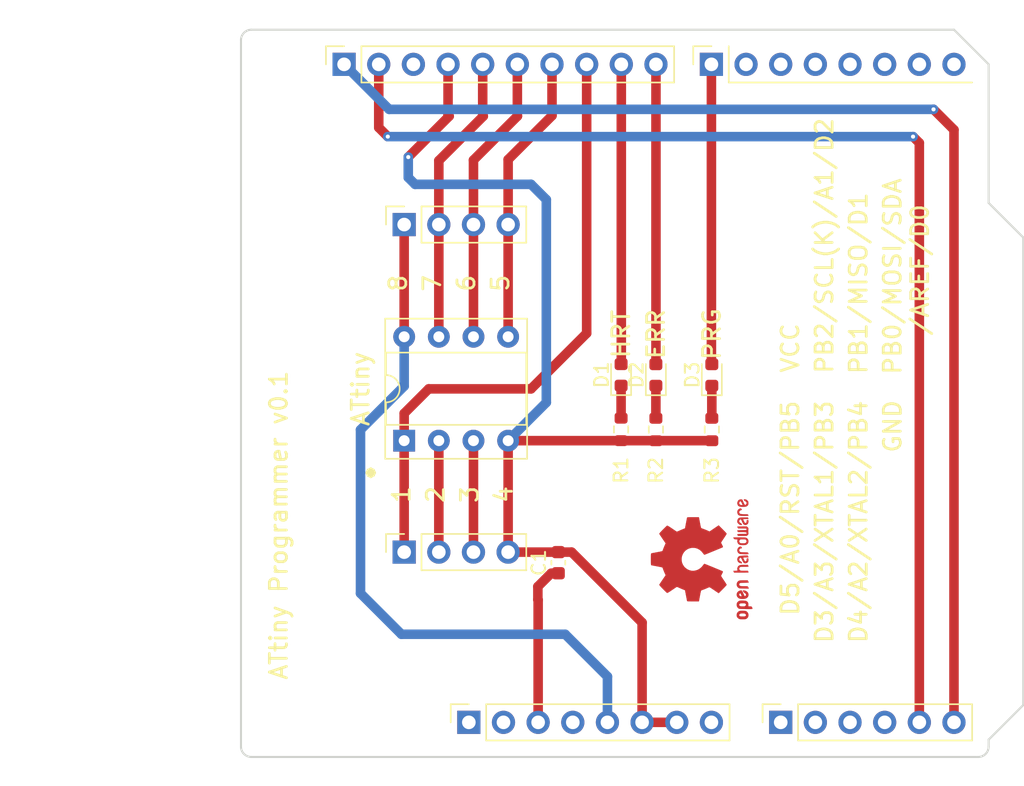
<source format=kicad_pcb>
(kicad_pcb (version 20211014) (generator pcbnew)
  (title_block (date "mar. 31 mars 2015"))
  (layers (0 "F.Cu" signal) (31 "B.Cu" signal) (34 "B.Paste" user) (35 "F.Paste" user) (36 "B.SilkS" user "B.Silkscreen") (37 "F.SilkS" user "F.Silkscreen") (38 "B.Mask" user) (39 "F.Mask" user) (44 "Edge.Cuts" user))
  (net 0 "")
  (net 1 "GND")
  (net 3 "+5V")
  (net 4 "/IOREF")
  (net 5 "/A0")
  (net 6 "/A1")
  (net 7 "/A2")
  (net 8 "/A3")
  (net 9 "/SDA{slash}A4")
  (net 10 "/SCL{slash}A5")
  (net 11 "/13")
  (net 12 "/12")
  (net 13 "/AREF")
  (net 14 "/8")
  (net 15 "/7")
  (net 16 "/*11")
  (net 17 "/*10")
  (net 18 "/*9")
  (net 19 "/4")
  (net 20 "/2")
  (net 21 "/*6")
  (net 22 "/*5")
  (net 23 "/TX{slash}1")
  (net 24 "/*3")
  (net 25 "/RX{slash}0")
  (net 26 "+3V3")
  (net 27 "VCC")
  (net 28 "/~{RESET}")
  (net 29 "Net-(D1-Pad1)")
  (net 30 "Net-(D2-Pad1)")
  (net 31 "Net-(D3-Pad1)")
  (net 32 "Net-(J6-Pad2)")
  (net 33 "Net-(J6-Pad3)")
  (footprint "Connector_PinSocket_2.54mm:PinSocket_1x08_P2.54mm_Vertical" (layer "F.Cu") (at 127.94 97.46 90)
    (fp_text reference "J1" hide)
    (fp_text value "Power")
    (pad "1" thru_hole rect locked (at 0 0 90) (size 1.7 1.7) (drill 1) (layers *.Cu *.Mask))
    (pad "2" thru_hole oval locked (at 0 2.54 90) (size 1.7 1.7) (drill 1) (layers *.Cu *.Mask) (net 4 "/IOREF"))
    (pad "3" thru_hole oval locked (at 0 5.08 90) (size 1.7 1.7) (drill 1) (layers *.Cu *.Mask) (net 28 "/~{RESET}"))
    (pad "4" thru_hole oval locked (at 0 7.62 90) (size 1.7 1.7) (drill 1) (layers *.Cu *.Mask) (net 26 "+3V3"))
    (pad "5" thru_hole oval locked (at 0 10.16 90) (size 1.7 1.7) (drill 1) (layers *.Cu *.Mask) (net 3 "+5V"))
    (pad "6" thru_hole oval locked (at 0 12.7 90) (size 1.7 1.7) (drill 1) (layers *.Cu *.Mask) (net 1 "GND"))
    (pad "7" thru_hole oval locked (at 0 15.24 90) (size 1.7 1.7) (drill 1) (layers *.Cu *.Mask) (net 1 "GND"))
    (pad "8" thru_hole oval locked (at 0 17.78 90) (size 1.7 1.7) (drill 1) (layers *.Cu *.Mask) (net 27 "VCC"))
  )
  (footprint "Connector_PinSocket_2.54mm:PinSocket_1x06_P2.54mm_Vertical" (layer "F.Cu") (at 150.8 97.46 90)
    (fp_text reference "J3" hide)
    (fp_text value "Analog")
    (pad "1" thru_hole rect locked (at 0 0 90) (size 1.7 1.7) (drill 1) (layers *.Cu *.Mask) (net 5 "/A0"))
    (pad "2" thru_hole oval locked (at 0 2.54 90) (size 1.7 1.7) (drill 1) (layers *.Cu *.Mask) (net 6 "/A1"))
    (pad "3" thru_hole oval locked (at 0 5.08 90) (size 1.7 1.7) (drill 1) (layers *.Cu *.Mask) (net 7 "/A2"))
    (pad "4" thru_hole oval locked (at 0 7.62 90) (size 1.7 1.7) (drill 1) (layers *.Cu *.Mask) (net 8 "/A3"))
    (pad "5" thru_hole oval locked (at 0 10.16 90) (size 1.7 1.7) (drill 1) (layers *.Cu *.Mask) (net 9 "/SDA{slash}A4"))
    (pad "6" thru_hole oval locked (at 0 12.7 90) (size 1.7 1.7) (drill 1) (layers *.Cu *.Mask) (net 10 "/SCL{slash}A5"))
  )
  (footprint "Connector_PinSocket_2.54mm:PinSocket_1x10_P2.54mm_Vertical" (layer "F.Cu") (at 118.796 49.2 90)
    (fp_text reference "J2" hide)
    (fp_text value "Digital/PWM")
    (pad "1" thru_hole rect locked (at 0 0 90) (size 1.7 1.7) (drill 1) (layers *.Cu *.Mask) (net 10 "/SCL{slash}A5"))
    (pad "2" thru_hole oval locked (at 0 2.54 90) (size 1.7 1.7) (drill 1) (layers *.Cu *.Mask) (net 9 "/SDA{slash}A4"))
    (pad "3" thru_hole oval locked (at 0 5.08 90) (size 1.7 1.7) (drill 1) (layers *.Cu *.Mask) (net 13 "/AREF"))
    (pad "4" thru_hole oval locked (at 0 7.62 90) (size 1.7 1.7) (drill 1) (layers *.Cu *.Mask) (net 1 "GND"))
    (pad "5" thru_hole oval locked (at 0 10.16 90) (size 1.7 1.7) (drill 1) (layers *.Cu *.Mask) (net 11 "/13"))
    (pad "6" thru_hole oval locked (at 0 12.7 90) (size 1.7 1.7) (drill 1) (layers *.Cu *.Mask) (net 12 "/12"))
    (pad "7" thru_hole oval locked (at 0 15.24 90) (size 1.7 1.7) (drill 1) (layers *.Cu *.Mask) (net 16 "/*11"))
    (pad "8" thru_hole oval locked (at 0 17.78 90) (size 1.7 1.7) (drill 1) (layers *.Cu *.Mask) (net 17 "/*10"))
    (pad "9" thru_hole oval locked (at 0 20.32 90) (size 1.7 1.7) (drill 1) (layers *.Cu *.Mask) (net 18 "/*9"))
    (pad "10" thru_hole oval locked (at 0 22.86 90) (size 1.7 1.7) (drill 1) (layers *.Cu *.Mask) (net 14 "/8"))
  )
  (footprint "Connector_PinSocket_2.54mm:PinSocket_1x08_P2.54mm_Vertical" (layer "F.Cu") (at 145.72 49.2 90)
    (fp_text reference "J4")
    (fp_text value "Digital/PWM")
    (pad "1" thru_hole rect locked (at 0 0 90) (size 1.7 1.7) (drill 1) (layers *.Cu *.Mask) (net 15 "/7"))
    (pad "2" thru_hole oval locked (at 0 2.54 90) (size 1.7 1.7) (drill 1) (layers *.Cu *.Mask) (net 21 "/*6"))
    (pad "3" thru_hole oval locked (at 0 5.08 90) (size 1.7 1.7) (drill 1) (layers *.Cu *.Mask) (net 22 "/*5"))
    (pad "4" thru_hole oval locked (at 0 7.62 90) (size 1.7 1.7) (drill 1) (layers *.Cu *.Mask) (net 19 "/4"))
    (pad "5" thru_hole oval locked (at 0 10.16 90) (size 1.7 1.7) (drill 1) (layers *.Cu *.Mask) (net 24 "/*3"))
    (pad "6" thru_hole oval locked (at 0 12.7 90) (size 1.7 1.7) (drill 1) (layers *.Cu *.Mask) (net 20 "/2"))
    (pad "7" thru_hole oval locked (at 0 15.24 90) (size 1.7 1.7) (drill 1) (layers *.Cu *.Mask) (net 23 "/TX{slash}1"))
    (pad "8" thru_hole oval locked (at 0 17.78 90) (size 1.7 1.7) (drill 1) (layers *.Cu *.Mask) (net 25 "/RX{slash}0"))
  )
  (footprint "Connector_PinSocket_2.54mm:PinSocket_1x04_P2.54mm_Vertical" (layer "F.Cu") (at 123.2 84.975 90)
    (fp_text reference "J6")
    (fp_text value "Conn_01x04_Female")
    (pad "1" thru_hole rect (at 0 0 90) (size 1.7 1.7) (drill 1) (layers *.Cu *.Mask) (net 17 "/*10"))
    (pad "2" thru_hole oval (at 0 2.54 90) (size 1.7 1.7) (drill 1) (layers *.Cu *.Mask) (net 32 "Net-(J6-Pad2)"))
    (pad "3" thru_hole oval (at 0 5.08 90) (size 1.7 1.7) (drill 1) (layers *.Cu *.Mask) (net 33 "Net-(J6-Pad3)"))
    (pad "4" thru_hole oval (at 0 7.62 90) (size 1.7 1.7) (drill 1) (layers *.Cu *.Mask) (net 1 "GND"))
  )
  (footprint "Symbol:OSHW-Logo2_9.8x8mm_Copper" (layer "F.Cu") (at 145 85.5 90)
    (fp_text reference "REF**" hide)
    (fp_text value "OSHW-Logo2_9.8x8mm_Copper" hide)
    (fp_poly (pts (xy -1.728336 2.595089) (xy -1.665633 2.631358) (xy -1.622039 2.667358) (xy -1.590155 2.705075) (xy -1.56819 2.751199) (xy -1.554351 2.812421) (xy -1.546847 2.895431) (xy -1.543883 3.006919) (xy -1.543539 3.087062) (xy -1.543539 3.382065) (xy -1.709615 3.456515) (xy -1.719385 3.133402) (xy -1.723421 3.012729) (xy -1.727656 2.925141) (xy -1.732903 2.86465) (xy -1.739975 2.825268) (xy -1.749689 2.801007) (xy -1.762856 2.78588) (xy -1.767081 2.782606) (xy -1.831091 2.757034) (xy -1.895792 2.767153) (xy -1.934308 2.794) (xy -1.949975 2.813024) (xy -1.96082 2.837988) (xy -1.967712 2.875834) (xy -1.971521 2.933502) (xy -1.973117 3.017935) (xy -1.973385 3.105928) (xy -1.973437 3.216323) (xy -1.975328 3.294463) (xy -1.981655 3.347165) (xy -1.995017 3.381242) (xy -2.018015 3.403511) (xy -2.053246 3.420787) (xy -2.100303 3.438738) (xy -2.151697 3.458278) (xy -2.145579 3.111485) (xy -2.143116 2.986468) (xy -2.140233 2.894082) (xy -2.136102 2.827881) (xy -2.129893 2.78142) (xy -2.120774 2.748256) (xy -2.107917 2.721944) (xy -2.092416 2.698729) (xy -2.017629 2.624569) (xy -1.926372 2.581684) (xy -1.827117 2.571412) (xy -1.728336 2.595089)) (layer "F.Cu") (width 0.01) (fill solid))
    (fp_poly (pts (xy 3.570807 2.636782) (xy 3.594161 2.646988) (xy 3.649902 2.691134) (xy 3.697569 2.754967) (xy 3.727048 2.823087) (xy 3.731846 2.85667) (xy 3.71576 2.903556) (xy 3.680475 2.928365) (xy 3.642644 2.943387) (xy 3.625321 2.946155) (xy 3.616886 2.926066) (xy 3.60023 2.882351) (xy 3.592923 2.862598) (xy 3.551948 2.794271) (xy 3.492622 2.760191) (xy 3.416552 2.761239) (xy 3.410918 2.762581) (xy 3.370305 2.781836) (xy 3.340448 2.819375) (xy 3.320055 2.879809) (xy 3.307836 2.967751) (xy 3.3025 3.087813) (xy 3.302 3.151698) (xy 3.301752 3.252403) (xy 3.300126 3.321054) (xy 3.295801 3.364673) (xy 3.287454 3.390282) (xy 3.273765 3.404903) (xy 3.253411 3.415558) (xy 3.252234 3.416095) (xy 3.213038 3.432667) (xy 3.193619 3.438769) (xy 3.190635 3.420319) (xy 3.188081 3.369323) (xy 3.18614 3.292308) (xy 3.184997 3.195805) (xy 3.184769 3.125184) (xy 3.185932 2.988525) (xy 3.190479 2.884851) (xy 3.199999 2.808108) (xy 3.216081 2.752246) (xy 3.240313 2.711212) (xy 3.274286 2.678954) (xy 3.307833 2.65644) (xy 3.388499 2.626476) (xy 3.482381 2.619718) (xy 3.570807 2.636782)) (layer "F.Cu") (width 0.01) (fill solid))
    (fp_poly (pts (xy 0.713362 2.62467) (xy 0.802117 2.657421) (xy 0.874022 2.71535) (xy 0.902144 2.756128) (xy 0.932802 2.830954) (xy 0.932165 2.885058) (xy 0.899987 2.921446) (xy 0.888081 2.927633) (xy 0.836675 2.946925) (xy 0.810422 2.941982) (xy 0.80153 2.909587) (xy 0.801077 2.891692) (xy 0.784797 2.825859) (xy 0.742365 2.779807) (xy 0.683388 2.757564) (xy 0.617475 2.763161) (xy 0.563895 2.792229) (xy 0.545798 2.80881) (xy 0.532971 2.828925) (xy 0.524306 2.859332) (xy 0.518696 2.906788) (xy 0.515035 2.97805) (xy 0.512215 3.079875) (xy 0.511484 3.112115) (xy 0.50882 3.22241) (xy 0.505792 3.300036) (xy 0.50125 3.351396) (xy 0.494046 3.38289) (xy 0.483033 3.40092) (xy 0.46706 3.411888) (xy 0.456834 3.416733) (xy 0.413406 3.433301) (xy 0.387842 3.438769) (xy 0.379395 3.420507) (xy 0.374239 3.365296) (xy 0.372346 3.272499) (xy 0.373689 3.141478) (xy 0.374107 3.121269) (xy 0.377058 3.001733) (xy 0.380548 2.914449) (xy 0.385514 2.852591) (xy 0.392893 2.809336) (xy 0.403624 2.77786) (xy 0.418645 2.751339) (xy 0.426502 2.739975) (xy 0.471553 2.689692) (xy 0.52194 2.650581) (xy 0.528108 2.647167) (xy 0.618458 2.620212) (xy 0.713362 2.62467)) (layer "F.Cu") (width 0.01) (fill solid))
    (fp_poly (pts (xy -0.840154 2.49212) (xy -0.834428 2.57198) (xy -0.827851 2.619039) (xy -0.818738 2.639566) (xy -0.805402 2.639829) (xy -0.801077 2.637378) (xy -0.743556 2.619636) (xy -0.668732 2.620672) (xy -0.592661 2.63891) (xy -0.545082 2.662505) (xy -0.496298 2.700198) (xy -0.460636 2.742855) (xy -0.436155 2.797057) (xy -0.420913 2.869384) (xy -0.41297 2.966419) (xy -0.410384 3.094742) (xy -0.410338 3.119358) (xy -0.410308 3.39587) (xy -0.471839 3.41732) (xy -0.515541 3.431912) (xy -0.539518 3.438706) (xy -0.540223 3.438769) (xy -0.542585 3.420345) (xy -0.544594 3.369526) (xy -0.546099 3.292993) (xy -0.546947 3.19743) (xy -0.547077 3.139329) (xy -0.547349 3.024771) (xy -0.548748 2.942667) (xy -0.552151 2.886393) (xy -0.558433 2.849326) (xy -0.568471 2.824844) (xy -0.583139 2.806325) (xy -0.592298 2.797406) (xy -0.655211 2.761466) (xy -0.723864 2.758775) (xy -0.786152 2.78917) (xy -0.797671 2.800144) (xy -0.814567 2.820779) (xy -0.826286 2.845256) (xy -0.833767 2.880647) (xy -0.837946 2.934026) (xy -0.839763 3.012466) (xy -0.840154 3.120617) (xy -0.840154 3.39587) (xy -0.901685 3.41732) (xy -0.945387 3.431912) (xy -0.969364 3.438706) (xy -0.97007 3.438769) (xy -0.971874 3.420069) (xy -0.9735 3.367322) (xy -0.974883 3.285557) (xy -0.975958 3.179805) (xy -0.97666 3.055094) (xy -0.976923 2.916455) (xy -0.976923 2.381806) (xy -0.849923 2.328236) (xy -0.840154 2.49212)) (layer "F.Cu") (width 0.01) (fill solid))
    (fp_poly (pts (xy -3.983114 2.587256) (xy -3.891536 2.635409) (xy -3.823951 2.712905) (xy -3.799943 2.762727) (xy -3.781262 2.837533) (xy -3.771699 2.932052) (xy -3.770792 3.03521) (xy -3.778079 3.135935) (xy -3.793097 3.223153) (xy -3.815385 3.285791) (xy -3.822235 3.296579) (xy -3.903368 3.377105) (xy -3.999734 3.425336) (xy -4.104299 3.43945) (xy -4.210032 3.417629) (xy -4.239457 3.404547) (xy -4.296759 3.364231) (xy -4.34705 3.310775) (xy -4.351803 3.303995) (xy -4.371122 3.271321) (xy -4.383892 3.236394) (xy -4.391436 3.190414) (xy -4.395076 3.124584) (xy -4.396135 3.030105) (xy -4.396154 3.008923) (xy -4.396106 3.002182) (xy -4.200769 3.002182) (xy -4.199632 3.091349) (xy -4.195159 3.15052) (xy -4.185754 3.188741) (xy -4.169824 3.215053) (xy -4.161692 3.223846) (xy -4.114942 3.257261) (xy -4.069553 3.255737) (xy -4.02366 3.226752) (xy -3.996288 3.195809) (xy -3.980077 3.150643) (xy -3.970974 3.07942) (xy -3.970349 3.071114) (xy -3.968796 2.942037) (xy -3.985035 2.846172) (xy -4.018848 2.784107) (xy -4.070016 2.756432) (xy -4.08828 2.754923) (xy -4.13624 2.762513) (xy -4.169047 2.788808) (xy -4.189105 2.839095) (xy -4.198822 2.918664) (xy -4.200769 3.002182) (xy -4.396106 3.002182) (xy -4.395426 2.908249) (xy -4.392371 2.837906) (xy -4.385678 2.789163) (xy -4.37404 2.753288) (xy -4.356147 2.721548) (xy -4.352192 2.715648) (xy -4.285733 2.636104) (xy -4.213315 2.589929) (xy -4.125151 2.571599) (xy -4.095213 2.570703) (xy -3.983114 2.587256)) (layer "F.Cu") (width 0.01) (fill solid))
    (fp_poly (pts (xy 0.053501 2.626303) (xy 0.13006 2.654733) (xy 0.130936 2.655279) (xy 0.178285 2.690127) (xy 0.213241 2.730852) (xy 0.237825 2.783925) (xy 0.254062 2.855814) (xy 0.263975 2.952992) (xy 0.269586 3.081928) (xy 0.270077 3.100298) (xy 0.277141 3.377287) (xy 0.217695 3.408028) (xy 0.174681 3.428802) (xy 0.14871 3.438646) (xy 0.147509 3.438769) (xy 0.143014 3.420606) (xy 0.139444 3.371612) (xy 0.137248 3.300031) (xy 0.136769 3.242068) (xy 0.136758 3.14817) (xy 0.132466 3.089203) (xy 0.117503 3.061079) (xy 0.085482 3.059706) (xy 0.030014 3.080998) (xy -0.053731 3.120136) (xy -0.115311 3.152643) (xy -0.146983 3.180845) (xy -0.156294 3.211582) (xy -0.156308 3.213104) (xy -0.140943 3.266054) (xy -0.095453 3.29466) (xy -0.025834 3.298803) (xy 0.024313 3.298084) (xy 0.050754 3.312527) (xy 0.067243 3.347218) (xy 0.076733 3.391416) (xy 0.063057 3.416493) (xy 0.057907 3.420082) (xy 0.009425 3.434496) (xy -0.058469 3.436537) (xy -0.128388 3.426983) (xy -0.177932 3.409522) (xy -0.24643 3.351364) (xy -0.285366 3.270408) (xy -0.293077 3.20716) (xy -0.287193 3.150111) (xy -0.265899 3.103542) (xy -0.223735 3.062181) (xy -0.155241 3.020755) (xy -0.054956 2.973993) (xy -0.048846 2.97135) (xy 0.04149 2.929617) (xy 0.097235 2.895391) (xy 0.121129 2.864635) (xy 0.115913 2.833311) (xy 0.084328 2.797383) (xy 0.074883 2.789116) (xy 0.011617 2.757058) (xy -0.053936 2.758407) (xy -0.111028 2.789838) (xy -0.148907 2.848024) (xy -0.152426 2.859446) (xy -0.1867 2.914837) (xy -0.230191 2.941518) (xy -0.293077 2.96796) (xy -0.293077 2.899548) (xy -0.273948 2.80011) (xy -0.217169 2.708902) (xy -0.187622 2.678389) (xy -0.120458 2.639228) (xy -0.035044 2.6215) (xy 0.053501 2.626303)) (layer "F.Cu") (width 0.01) (fill solid))
    (fp_poly (pts (xy 1.602081 2.780289) (xy 1.601833 2.92632) (xy 1.600872 3.038655) (xy 1.598794 3.122678) (xy 1.595193 3.183769) (xy 1.589665 3.227309) (xy 1.581804 3.258679) (xy 1.571207 3.283262) (xy 1.563182 3.297294) (xy 1.496728 3.373388) (xy 1.41247 3.421084) (xy 1.319249 3.438199) (xy 1.2259 3.422546) (xy 1.170312 3.394418) (xy 1.111957 3.34576) (xy 1.072186 3.286333) (xy 1.04819 3.208507) (xy 1.037161 3.104652) (xy 1.035599 3.028462) (xy 1.035809 3.022986) (xy 1.172308 3.022986) (xy 1.173141 3.110355) (xy 1.176961 3.168192) (xy 1.185746 3.206029) (xy 1.201474 3.233398) (xy 1.220266 3.254042) (xy 1.283375 3.29389) (xy 1.351137 3.297295) (xy 1.415179 3.264025) (xy 1.420164 3.259517) (xy 1.441439 3.236067) (xy 1.454779 3.208166) (xy 1.462001 3.166641) (xy 1.464923 3.102316) (xy 1.465385 3.0312) (xy 1.464383 2.941858) (xy 1.460238 2.882258) (xy 1.451236 2.843089) (xy 1.435667 2.81504) (xy 1.422902 2.800144) (xy 1.3636 2.762575) (xy 1.295301 2.758057) (xy 1.23011 2.786753) (xy 1.217528 2.797406) (xy 1.196111 2.821063) (xy 1.182744 2.849251) (xy 1.175566 2.891245) (xy 1.172719 2.956319) (xy 1.172308 3.022986) (xy 1.035809 3.022986) (xy 1.040322 2.905765) (xy 1.056362 2.813577) (xy 1.086528 2.744269) (xy 1.133629 2.690211) (xy 1.170312 2.662505) (xy 1.23699 2.632572) (xy 1.314272 2.618678) (xy 1.38611 2.622397) (xy 1.426308 2.6374) (xy 1.442082 2.64167) (xy 1.45255 2.62575) (xy 1.459856 2.583089) (xy 1.465385 2.518106) (xy 1.471437 2.445732) (xy 1.479844 2.402187) (xy 1.495141 2.377287) (xy 1.521864 2.360845) (xy 1.538654 2.353564) (xy 1.602154 2.326963) (xy 1.602081 2.780289)) (layer "F.Cu") (width 0.01) (fill solid))
    (fp_poly (pts (xy -2.465746 2.599745) (xy -2.388714 2.651567) (xy -2.329184 2.726412) (xy -2.293622 2.821654) (xy -2.286429 2.891756) (xy -2.287246 2.921009) (xy -2.294086 2.943407) (xy -2.312888 2.963474) (xy -2.349592 2.985733) (xy -2.410138 3.014709) (xy -2.500466 3.054927) (xy -2.500923 3.055129) (xy -2.584067 3.09321) (xy -2.652247 3.127025) (xy -2.698495 3.152933) (xy -2.715842 3.167295) (xy -2.715846 3.167411) (xy -2.700557 3.198685) (xy -2.664804 3.233157) (xy -2.623758 3.25799) (xy -2.602963 3.262923) (xy -2.54623 3.245862) (xy -2.497373 3.203133) (xy -2.473535 3.156155) (xy -2.450603 3.121522) (xy -2.405682 3.082081) (xy -2.352877 3.048009) (xy -2.30629 3.02948) (xy -2.296548 3.028462) (xy -2.285582 3.045215) (xy -2.284921 3.088039) (xy -2.29298 3.145781) (xy -2.308173 3.207289) (xy -2.328914 3.261409) (xy -2.329962 3.26351) (xy -2.392379 3.35066) (xy -2.473274 3.409939) (xy -2.565144 3.439034) (xy -2.660487 3.435634) (xy -2.751802 3.397428) (xy -2.755862 3.394741) (xy -2.827694 3.329642) (xy -2.874927 3.244705) (xy -2.901066 3.133021) (xy -2.904574 3.101643) (xy -2.910787 2.953536) (xy -2.903339 2.884468) (xy -2.715846 2.884468) (xy -2.71341 2.927552) (xy -2.700086 2.940126) (xy -2.666868 2.930719) (xy -2.614506 2.908483) (xy -2.555976 2.88061) (xy -2.554521 2.879872) (xy -2.504911 2.853777) (xy -2.485 2.836363) (xy -2.48991 2.818107) (xy -2.510584 2.79412) (xy -2.563181 2.759406) (xy -2.619823 2.756856) (xy -2.670631 2.782119) (xy -2.705724 2.830847) (xy -2.715846 2.884468) (xy -2.903339 2.884468) (xy -2.898008 2.835036) (xy -2.865222 2.741055) (xy -2.819579 2.675215) (xy -2.737198 2.608681) (xy -2.646454 2.575676) (xy -2.553815 2.573573) (xy -2.465746 2.599745)) (layer "F.Cu") (width 0.01) (fill solid))
    (fp_poly (pts (xy 2.395929 2.636662) (xy 2.398911 2.688068) (xy 2.401247 2.766192) (xy 2.402749 2.864857) (xy 2.403231 2.968343) (xy 2.403231 3.318533) (xy 2.341401 3.380363) (xy 2.298793 3.418462) (xy 2.26139 3.433895) (xy 2.21027 3.432918) (xy 2.189978 3.430433) (xy 2.126554 3.4232) (xy 2.074095 3.419055) (xy 2.061308 3.418672) (xy 2.018199 3.421176) (xy 1.956544 3.427462) (xy 1.932638 3.430433) (xy 1.873922 3.435028) (xy 1.834464 3.425046) (xy 1.795338 3.394228) (xy 1.781215 3.380363) (xy 1.719385 3.318533) (xy 1.719385 2.663503) (xy 1.76915 2.640829) (xy 1.812002 2.624034) (xy 1.837073 2.618154) (xy 1.843501 2.636736) (xy 1.849509 2.688655) (xy 1.854697 2.768172) (xy 1.858664 2.869546) (xy 1.860577 2.955192) (xy 1.865923 3.292231) (xy 1.91256 3.298825) (xy 1.954976 3.294214) (xy 1.97576 3.279287) (xy 1.98157 3.251377) (xy 1.98653 3.191925) (xy 1.990246 3.108466) (xy 1.992324 3.008532) (xy 1.992624 2.957104) (xy 1.992923 2.661054) (xy 2.054454 2.639604) (xy 2.098004 2.62502) (xy 2.121694 2.618219) (xy 2.122377 2.618154) (xy 2.124754 2.636642) (xy 2.127366 2.687906) (xy 2.129995 2.765649) (xy 2.132421 2.863574) (xy 2.134115 2.955192) (xy 2.139461 3.292231) (xy 2.256692 3.292231) (xy 2.262072 2.984746) (xy 2.267451 2.677261) (xy 2.324601 2.647707) (xy 2.366797 2.627413) (xy 2.39177 2.618204) (xy 2.392491 2.618154) (xy 2.395929 2.636662)) (layer "F.Cu") (width 0.01) (fill solid))
    (fp_poly (pts (xy 4.245224 2.647838) (xy 4.322528 2.698361) (xy 4.359814 2.74359) (xy 4.389353 2.825663) (xy 4.391699 2.890607) (xy 4.386385 2.977445) (xy 4.186115 3.065103) (xy 4.088739 3.109887) (xy 4.025113 3.145913) (xy 3.992029 3.177117) (xy 3.98628 3.207436) (xy 4.004658 3.240805) (xy 4.024923 3.262923) (xy 4.083889 3.298393) (xy 4.148024 3.300879) (xy 4.206926 3.273235) (xy 4.250197 3.21832) (xy 4.257936 3.198928) (xy 4.295006 3.138364) (xy 4.337654 3.112552) (xy 4.396154 3.090471) (xy 4.396154 3.174184) (xy 4.390982 3.23115) (xy 4.370723 3.279189) (xy 4.328262 3.334346) (xy 4.321951 3.341514) (xy 4.27472 3.390585) (xy 4.234121 3.41692) (xy 4.183328 3.429035) (xy 4.14122 3.433003) (xy 4.065902 3.433991) (xy 4.012286 3.421466) (xy 3.978838 3.402869) (xy 3.926268 3.361975) (xy 3.889879 3.317748) (xy 3.86685 3.262126) (xy 3.854359 3.187047) (xy 3.849587 3.084449) (xy 3.849206 3.032376) (xy 3.850501 2.969948) (xy 3.968471 2.969948) (xy 3.969839 3.003438) (xy 3.973249 3.008923) (xy 3.995753 3.001472) (xy 4.044182 2.981753) (xy 4.108908 2.953718) (xy 4.122443 2.947692) (xy 4.204244 2.906096) (xy 4.249312 2.869538) (xy 4.259217 2.835296) (xy 4.235526 2.800648) (xy 4.21596 2.785339) (xy 4.14536 2.754721) (xy 4.07928 2.75978) (xy 4.023959 2.797151) (xy 3.985636 2.863473) (xy 3.973349 2.916116) (xy 3.968471 2.969948) (xy 3.850501 2.969948) (xy 3.85173 2.91072) (xy 3.861032 2.82071) (xy 3.87946 2.755167) (xy 3.90936 2.706912) (xy 3.95308 2.668767) (xy 3.972141 2.65644) (xy 4.058726 2.624336) (xy 4.153522 2.622316) (xy 4.245224 2.647838)) (layer "F.Cu") (width 0.01) (fill solid))
    (fp_poly (pts (xy 2.887333 2.633528) (xy 2.94359 2.659117) (xy 2.987747 2.690124) (xy 3.020101 2.724795) (xy 3.042438 2.76952) (xy 3.056546 2.830692) (xy 3.064211 2.914701) (xy 3.06722 3.02794) (xy 3.067538 3.102509) (xy 3.067538 3.39342) (xy 3.017773 3.416095) (xy 2.978576 3.432667) (xy 2.959157 3.438769) (xy 2.955442 3.42061) (xy 2.952495 3.371648) (xy 2.950691 3.300153) (xy 2.950308 3.243385) (xy 2.948661 3.161371) (xy 2.944222 3.096309) (xy 2.93774 3.056467) (xy 2.93259 3.048) (xy 2.897977 3.056646) (xy 2.84364 3.078823) (xy 2.780722 3.108886) (xy 2.720368 3.141192) (xy 2.673721 3.170098) (xy 2.651926 3.189961) (xy 2.651839 3.190175) (xy 2.653714 3.226935) (xy 2.670525 3.262026) (xy 2.700039 3.290528) (xy 2.743116 3.300061) (xy 2.779932 3.29895) (xy 2.832074 3.298133) (xy 2.859444 3.310349) (xy 2.875882 3.342624) (xy 2.877955 3.34871) (xy 2.885081 3.394739) (xy 2.866024 3.422687) (xy 2.816353 3.436007) (xy 2.762697 3.43847) (xy 2.666142 3.42021) (xy 2.616159 3.394131) (xy 2.554429 3.332868) (xy 2.52169 3.25767) (xy 2.518753 3.178211) (xy 2.546424 3.104167) (xy 2.588047 3.057769) (xy 2.629604 3.031793) (xy 2.694922 2.998907) (xy 2.771038 2.965557) (xy 2.783726 2.960461) (xy 2.867333 2.923565) (xy 2.91553 2.891046) (xy 2.93103 2.858718) (xy 2.91655 2.822394) (xy 2.891692 2.794) (xy 2.832939 2.759039) (xy 2.768293 2.756417) (xy 2.709008 2.783358) (xy 2.666339 2.837088) (xy 2.660739 2.85095) (xy 2.628133 2.901936) (xy 2.58053 2.939787) (xy 2.520461 2.97085) (xy 2.520461 2.882768) (xy 2.523997 2.828951) (xy 2.539156 2.786534) (xy 2.572768 2.741279) (xy 2.605035 2.70642) (xy 2.655209 2.657062) (xy 2.694193 2.630547) (xy 2.736064 2.619911) (xy 2.78346 2.618154) (xy 2.887333 2.633528)) (layer "F.Cu") (width 0.01) (fill solid))
    (fp_poly (pts (xy -3.231114 2.584505) (xy -3.156461 2.621727) (xy -3.090569 2.690261) (xy -3.072423 2.715648) (xy -3.052655 2.748866) (xy -3.039828 2.784945) (xy -3.03249 2.833098) (xy -3.029187 2.902536) (xy -3.028462 2.994206) (xy -3.031737 3.11983) (xy -3.043123 3.214154) (xy -3.064959 3.284523) (xy -3.099581 3.338286) (xy -3.14933 3.382788) (xy -3.152986 3.385423) (xy -3.202015 3.412377) (xy -3.261055 3.425712) (xy -3.336141 3.429) (xy -3.458205 3.429) (xy -3.458256 3.547497) (xy -3.459392 3.613492) (xy -3.466314 3.652202) (xy -3.484402 3.675419) (xy -3.519038 3.694933) (xy -3.527355 3.69892) (xy -3.56628 3.717603) (xy -3.596417 3.729403) (xy -3.618826 3.730422) (xy -3.634567 3.716761) (xy -3.644698 3.684522) (xy -3.650277 3.629804) (xy -3.652365 3.548711) (xy -3.652019 3.437344) (xy -3.6503 3.291802) (xy -3.649763 3.248269) (xy -3.647828 3.098205) (xy -3.646096 3.000042) (xy -3.458308 3.000042) (xy -3.457252 3.083364) (xy -3.452562 3.13788) (xy -3.441949 3.173837) (xy -3.423128 3.201482) (xy -3.41035 3.214965) (xy -3.35811 3.254417) (xy -3.311858 3.257628) (xy -3.264133 3.225049) (xy -3.262923 3.223846) (xy -3.243506 3.198668) (xy -3.231693 3.164447) (xy -3.225735 3.111748) (xy -3.22388 3.031131) (xy -3.223846 3.013271) (xy -3.22833 2.902175) (xy -3.242926 2.825161) (xy -3.26935 2.778147) (xy -3.309317 2.75705) (xy -3.332416 2.754923) (xy -3.387238 2.7649) (xy -3.424842 2.797752) (xy -3.447477 2.857857) (xy -3.457394 2.949598) (xy -3.458308 3.000042) (xy -3.646096 3.000042) (xy -3.645778 2.98206) (xy -3.643127 2.894679) (xy -3.639394 2.830905) (xy -3.634093 2.785582) (xy -3.626742 2.753555) (xy -3.616857 2.729668) (xy -3.603954 2.708764) (xy -3.598421 2.700898) (xy -3.525031 2.626595) (xy -3.43224 2.584467) (xy -3.324904 2.572722) (xy -3.231114 2.584505)) (layer "F.Cu") (width 0.01) (fill solid))
    (fp_poly (pts (xy 0.139878 -3.712224) (xy 0.245612 -3.711645) (xy 0.322132 -3.710078) (xy 0.374372 -3.707028) (xy 0.407263 -3.702004) (xy 0.425737 -3.694511) (xy 0.434727 -3.684056) (xy 0.439163 -3.670147) (xy 0.439594 -3.668346) (xy 0.446333 -3.635855) (xy 0.458808 -3.571748) (xy 0.475719 -3.482849) (xy 0.495771 -3.375981) (xy 0.517664 -3.257967) (xy 0.518429 -3.253822) (xy 0.540359 -3.138169) (xy 0.560877 -3.035986) (xy 0.578659 -2.953402) (xy 0.592381 -2.896544) (xy 0.600718 -2.871542) (xy 0.601116 -2.871099) (xy 0.625677 -2.85889) (xy 0.676315 -2.838544) (xy 0.742095 -2.814455) (xy 0.742461 -2.814326) (xy 0.825317 -2.783182) (xy 0.923 -2.743509) (xy 1.015077 -2.703619) (xy 1.019434 -2.701647) (xy 1.169407 -2.63358) (xy 1.501498 -2.860361) (xy 1.603374 -2.929496) (xy 1.695657 -2.991303) (xy 1.773003 -3.042267) (xy 1.830064 -3.078873) (xy 1.861495 -3.097606) (xy 1.864479 -3.098996) (xy 1.887321 -3.09281) (xy 1.929982 -3.062965) (xy 1.994128 -3.008053) (xy 2.081421 -2.926666) (xy 2.170535 -2.840078) (xy 2.256441 -2.754753) (xy 2.333327 -2.676892) (xy 2.396564 -2.611303) (xy 2.441523 -2.562795) (xy 2.463576 -2.536175) (xy 2.464396 -2.534805) (xy 2.466834 -2.516537) (xy 2.45765 -2.486705) (xy 2.434574 -2.441279) (xy 2.395337 -2.37623) (xy 2.33767 -2.28753) (xy 2.260795 -2.173343) (xy 2.19257 -2.072838) (xy 2.131582 -1.982697) (xy 2.081356 -1.908151) (xy 2.045416 -1.854435) (xy 2.027287 -1.826782) (xy 2.026146 -1.824905) (xy 2.028359 -1.79841) (xy 2.045138 -1.746914) (xy 2.073142 -1.680149) (xy 2.083122 -1.658828) (xy 2.126672 -1.563841) (xy 2.173134 -1.456063) (xy 2.210877 -1.362808) (xy 2.238073 -1.293594) (xy 2.259675 -1.240994) (xy 2.272158 -1.213503) (xy 2.273709 -1.211384) (xy 2.296668 -1.207876) (xy 2.350786 -1.198262) (xy 2.428868 -1.183911) (xy 2.523719 -1.166193) (xy 2.628143 -1.146475) (xy 2.734944 -1.126126) (xy 2.836926 -1.106514) (xy 2.926894 -1.089009) (xy 2.997653 -1.074978) (xy 3.042006 -1.065791) (xy 3.052885 -1.063193) (xy 3.064122 -1.056782) (xy 3.072605 -1.042303) (xy 3.078714 -1.014867) (xy 3.082832 -0.969589) (xy 3.085341 -0.90158) (xy 3.086621 -0.805953) (xy 3.087054 -0.67782) (xy 3.087077 -0.625299) (xy 3.087077 -0.198155) (xy 2.9845 -0.177909) (xy 2.927431 -0.16693) (xy 2.842269 -0.150905) (xy 2.739372 -0.131767) (xy 2.629096 -0.111449) (xy 2.598615 -0.105868) (xy 2.496855 -0.086083) (xy 2.408205 -0.066627) (xy 2.340108 -0.049303) (xy 2.300004 -0.035912) (xy 2.293323 -0.031921) (xy 2.276919 -0.003658) (xy 2.253399 0.051109) (xy 2.227316 0.121588) (xy 2.222142 0.136769) (xy 2.187956 0.230896) (xy 2.145523 0.337101) (xy 2.103997 0.432473) (xy 2.103792 0.432916) (xy 2.03464 0.582525) (xy 2.489512 1.251617) (xy 2.1975 1.544116) (xy 2.10918 1.63117) (xy 2.028625 1.707909) (xy 1.96036 1.770237) (xy 1.908908 1.814056) (xy 1.878794 1.83527) (xy 1.874474 1.836616) (xy 1.849111 1.826016) (xy 1.797358 1.796547) (xy 1.724868 1.751705) (xy 1.637294 1.694984) (xy 1.542612 1.631462) (xy 1.446516 1.566668) (xy 1.360837 1.510287) (xy 1.291016 1.465788) (xy 1.242494 1.436639) (xy 1.220782 1.426308) (xy 1.194293 1.43505) (xy 1.144062 1.458087) (xy 1.080451 1.490631) (xy 1.073708 1.494249) (xy 0.988046 1.53721) (xy 0.929306 1.558279) (xy 0.892772 1.558503) (xy 0.873731 1.538928) (xy 0.87362 1.538654) (xy 0.864102 1.515472) (xy 0.841403 1.460441) (xy 0.807282 1.377822) (xy 0.7635 1.271872) (xy 0.711816 1.146852) (xy 0.653992 1.00702) (xy 0.597991 0.871637) (xy 0.536447 0.722234) (xy 0.479939 0.583832) (xy 0.430161 0.460673) (xy 0.388806 0.357002) (xy 0.357568 0.277059) (xy 0.338141 0.225088) (xy 0.332154 0.205692) (xy 0.347168 0.183443) (xy 0.386439 0.147982) (xy 0.438807 0.108887) (xy 0.587941 -0.014755) (xy 0.704511 -0.156478) (xy 0.787118 -0.313296) (xy 0.834366 -0.482225) (xy 0.844857 -0.660278) (xy 0.837231 -0.742461) (xy 0.795682 -0.912969) (xy 0.724123 -1.063541) (xy 0.626995 -1.192691) (xy 0.508734 -1.298936) (xy 0.37378 -1.38079) (xy 0.226571 -1.436768) (xy 0.071544 -1.465385) (xy -0.086861 -1.465156) (xy -0.244206 -1.434595) (xy -0.396054 -1.372218) (xy -0.537965 -1.27654) (xy -0.597197 -1.222428) (xy -0.710797 -1.08348) (xy -0.789894 -0.931639) (xy -0.835014 -0.771333) (xy -0.846684 -0.606988) (xy -0.825431 -0.443029) (xy -0.77178 -0.283882) (xy -0.68626 -0.133975) (xy -0.569395 0.002267) (xy -0.438807 0.108887) (xy -0.384412 0.149642) (xy -0.345986 0.184718) (xy -0.332154 0.205726) (xy -0.339397 0.228635) (xy -0.359995 0.283365) (xy -0.392254 0.365672) (xy -0.434479 0.471315) (xy -0.484977 0.59605) (xy -0.542052 0.735636) (xy -0.598146 0.87167) (xy -0.660033 1.021201) (xy -0.717356 1.159767) (xy -0.768356 1.283107) (xy -0.811273 1.386964) (xy -0.844347 1.46708) (xy -0.865819 1.519195) (xy -0.873775 1.538654) (xy -0.892571 1.558423) (xy -0.928926 1.558365) (xy -0.987521 1.537441) (xy -1.073032 1.494613) (xy -1.073708 1.494249) (xy -1.138093 1.461012) (xy -1.190139 1.436802) (xy -1.219488 1.426404) (xy -1.220783 1.426308) (xy -1.242876 1.436855) (xy -1.291652 1.466184) (xy -1.361669 1.510827) (xy -1.447486 1.567314) (xy -1.542612 1.631462) (xy -1.63946 1.696411) (xy -1.726747 1.752896) (xy -1.798819 1.797421) (xy -1.850023 1.82649) (xy -1.874474 1.836616) (xy -1.89699 1.823307) (xy -1.942258 1.786112) (xy -2.005756 1.729128) (xy -2.082961 1.656449) (xy -2.169349 1.572171) (xy -2.197601 1.544016) (xy -2.489713 1.251416) (xy -2.267369 0.925104) (xy -2.199798 0.824897) (xy -2.140493 0.734963) (xy -2.092783 0.66051) (xy -2.059993 0.606751) (xy -2.045452 0.578894) (xy -2.045026 0.576912) (xy -2.052692 0.550655) (xy -2.073311 0.497837) (xy -2.103315 0.42731) (xy -2.124375 0.380093) (xy -2.163752 0.289694) (xy -2.200835 0.198366) (xy -2.229585 0.1212) (xy -2.237395 0.097692) (xy -2.259583 0.034916) (xy -2.281273 -0.013589) (xy -2.293187 -0.031921) (xy -2.319477 -0.043141) (xy -2.376858 -0.059046) (xy -2.457882 -0.077833) (xy -2.555105 -0.097701) (xy -2.598615 -0.105868) (xy -2.709104 -0.126171) (xy -2.815084 -0.14583) (xy -2.906199 -0.162912) (xy -2.972092 -0.175482) (xy -2.9845 -0.177909) (xy -3.087077 -0.198155) (xy -3.087077 -0.625299) (xy -3.086847 -0.765754) (xy -3.085901 -0.872021) (xy -3.083859 -0.948987) (xy -3.080338 -1.00154) (xy -3.074957 -1.034567) (xy -3.067334 -1.052955) (xy -3.057088 -1.061592) (xy -3.052885 -1.063193) (xy -3.02753 -1.068873) (xy -2.971516 -1.080205) (xy -2.892036 -1.095821) (xy -2.796288 -1.114353) (xy -2.691467 -1.134431) (xy -2.584768 -1.154688) (xy -2.483387 -1.173754) (xy -2.394521 -1.190261) (xy -2.325363 -1.202841) (xy -2.283111 -1.210125) (xy -2.27371 -1.211384) (xy -2.265193 -1.228237) (xy -2.24634 -1.27313) (xy -2.220676 -1.33757) (xy -2.210877 -1.362808) (xy -2.171352 -1.460314) (xy -2.124808 -1.568041) (xy -2.083123 -1.658828) (xy -2.05245 -1.728247) (xy -2.032044 -1.78529) (xy -2.025232 -1.820223) (xy -2.026318 -1.824905) (xy -2.040715 -1.847009) (xy -2.073588 -1.896169) (xy -2.12141 -1.967152) (xy -2.180652 -2.054722) (xy -2.247785 -2.153643) (xy -2.261059 -2.17317) (xy -2.338954 -2.28886) (xy -2.396213 -2.376956) (xy -2.435119 -2.441514) (xy -2.457956 -2.486589) (xy -2.467006 -2.516237) (xy -2.464552 -2.534515) (xy -2.464489 -2.534631) (xy -2.445173 -2.558639) (xy -2.402449 -2.605053) (xy -2.340949 -2.669063) (xy -2.265302 -2.745855) (xy -2.180139 -2.830618) (xy -2.170535 -2.840078) (xy -2.06321 -2.944011) (xy -1.980385 -3.020325) (xy -1.920395 -3.070429) (xy -1.881577 -3.09573) (xy -1.86448 -3.098996) (xy -1.839527 -3.08475) (xy -1.787745 -3.051844) (xy -1.71448 -3.003792) (xy -1.62508 -2.94411) (xy -1.524889 -2.876312) (xy -1.501499 -2.860361) (xy -1.169407 -2.63358) (xy -1.019435 -2.701647) (xy -0.92823 -2.741315) (xy -0.830331 -2.781209) (xy -0.746169 -2.813017) (xy -0.742462 -2.814326) (xy -0.676631 -2.838424) (xy -0.625884 -2.8588) (xy -0.601158 -2.871064) (xy -0.601116 -2.871099) (xy -0.593271 -2.893266) (xy -0.579934 -2.947783) (xy -0.56243 -3.02852) (xy -0.542083 -3.12935) (xy -0.520218 -3.244144) (xy -0.518429 -3.253822) (xy -0.496496 -3.372096) (xy -0.47636 -3.479458) (xy -0.45932 -3.569083) (xy -0.446672 -3.634149) (xy -0.439716 -3.667832) (xy -0.439594 -3.668346) (xy -0.435361 -3.682675) (xy -0.427129 -3.693493) (xy -0.409967 -3.701294) (xy -0.378942 -3.706571) (xy -0.329122 -3.709818) (xy -0.255576 -3.711528) (xy -0.153371 -3.712193) (xy -0.017575 -3.712307) (xy 0 -3.712308) (xy 0.139878 -3.712224)) (layer "F.Cu") (width 0.01) (fill solid))
  )
  (footprint "Resistor_SMD:R_0603_1608Metric" (layer "F.Cu") (at 139.1 75.975 -90)
    (fp_text reference "R1" (at 3 0 -90) (layer "F.SilkS"))
    (fp_text value "330R")
    (pad "1" smd roundrect (at -0.825 0 270) (size 0.8 0.95) (layers "F.Cu" "F.Paste" "F.Mask") (net 29 "Net-(D1-Pad1)"))
    (pad "2" smd roundrect (at 0.825 0 270) (size 0.8 0.95) (layers "F.Cu" "F.Paste" "F.Mask") (net 1 "GND"))
  )
  (footprint "LED_SMD:LED_0603_1608Metric" (layer "F.Cu") (at 139.1 71.975 90)
    (fp_text reference "D1" (at 0 -1.43 90) (layer "F.SilkS"))
    (fp_text value "LED")
    (pad "1" smd roundrect (at -0.7875 0 90) (size 0.875 0.95) (layers "F.Cu" "F.Paste" "F.Mask") (net 29 "Net-(D1-Pad1)"))
    (pad "2" smd roundrect (at 0.7875 0 90) (size 0.875 0.95) (layers "F.Cu" "F.Paste" "F.Mask") (net 18 "/*9"))
  )
  (footprint "Resistor_SMD:R_0603_1608Metric" (layer "F.Cu") (at 141.65 75.9825 -90)
    (fp_text reference "R2" (at 3 0 -90) (layer "F.SilkS"))
    (fp_text value "330R")
    (pad "1" smd roundrect (at -0.825 0 270) (size 0.8 0.95) (layers "F.Cu" "F.Paste" "F.Mask") (net 30 "Net-(D2-Pad1)"))
    (pad "2" smd roundrect (at 0.825 0 270) (size 0.8 0.95) (layers "F.Cu" "F.Paste" "F.Mask") (net 1 "GND"))
  )
  (footprint "LED_SMD:LED_0603_1608Metric" (layer "F.Cu") (at 141.65 71.9825 90)
    (fp_text reference "D2" (at 0 -1.43 90) (layer "F.SilkS"))
    (fp_text value "LED")
    (pad "1" smd roundrect (at -0.7875 0 90) (size 0.875 0.95) (layers "F.Cu" "F.Paste" "F.Mask") (net 30 "Net-(D2-Pad1)"))
    (pad "2" smd roundrect (at 0.7875 0 90) (size 0.875 0.95) (layers "F.Cu" "F.Paste" "F.Mask") (net 14 "/8"))
  )
  (footprint "Arduino_MountingHole:MountingHole_3.2mm" (layer "F.Cu") (at 115.24 49.2)
    (fp_text reference "MH1" hide)
    (fp_text value "MountingHole_3.2mm" hide)
    (pad "" np_thru_hole circle locked (at 0 0) (size 3.2 3.2) (drill 3.2) (layers *.Cu *.Mask))
  )
  (footprint "Capacitor_SMD:C_0603_1608Metric" (layer "F.Cu") (at 134.5 85.75 90)
    (fp_text reference "C1" (at 0 -1.43 90) (layer "F.SilkS"))
    (fp_text value "10u")
    (pad "1" smd roundrect (at -0.775 0 90) (size 0.9 0.95) (layers "F.Cu" "F.Paste" "F.Mask") (net 28 "/~{RESET}"))
    (pad "2" smd roundrect (at 0.775 0 90) (size 0.9 0.95) (layers "F.Cu" "F.Paste" "F.Mask") (net 1 "GND"))
  )
  (footprint "Resistor_SMD:R_0603_1608Metric" (layer "F.Cu") (at 145.75 75.9825 -90)
    (fp_text reference "R3" (at 3 0 90) (layer "F.SilkS"))
    (fp_text value "330R")
    (pad "1" smd roundrect (at -0.825 0 270) (size 0.8 0.95) (layers "F.Cu" "F.Paste" "F.Mask") (net 31 "Net-(D3-Pad1)"))
    (pad "2" smd roundrect (at 0.825 0 270) (size 0.8 0.95) (layers "F.Cu" "F.Paste" "F.Mask") (net 1 "GND"))
  )
  (footprint "Package_DIP:DIP-8_W7.62mm_Socket" (layer "F.Cu") (at 123.2 76.8 90)
    (fp_text reference "U1")
    (fp_text value "ATtiny85-20P")
    (pad "1" thru_hole rect (at 0 0 90) (size 1.6 1.6) (drill 0.8) (layers *.Cu *.Mask) (net 17 "/*10"))
    (pad "2" thru_hole oval (at 0 2.54 90) (size 1.6 1.6) (drill 0.8) (layers *.Cu *.Mask) (net 32 "Net-(J6-Pad2)"))
    (pad "3" thru_hole oval (at 0 5.08 90) (size 1.6 1.6) (drill 0.8) (layers *.Cu *.Mask) (net 33 "Net-(J6-Pad3)"))
    (pad "4" thru_hole oval (at 0 7.62 90) (size 1.6 1.6) (drill 0.8) (layers *.Cu *.Mask) (net 1 "GND"))
    (pad "5" thru_hole oval (at 7.62 7.62 90) (size 1.6 1.6) (drill 0.8) (layers *.Cu *.Mask) (net 16 "/*11"))
    (pad "6" thru_hole oval (at 7.62 5.08 90) (size 1.6 1.6) (drill 0.8) (layers *.Cu *.Mask) (net 12 "/12"))
    (pad "7" thru_hole oval (at 7.62 2.54 90) (size 1.6 1.6) (drill 0.8) (layers *.Cu *.Mask) (net 11 "/13"))
    (pad "8" thru_hole oval (at 7.62 0 90) (size 1.6 1.6) (drill 0.8) (layers *.Cu *.Mask) (net 3 "+5V"))
  )
  (footprint "Connector_PinSocket_2.54mm:PinSocket_1x04_P2.54mm_Vertical" (layer "F.Cu") (at 123.2 60.95 90)
    (fp_text reference "J5")
    (fp_text value "Conn_01x04_Female")
    (pad "1" thru_hole rect (at 0 0 90) (size 1.7 1.7) (drill 1) (layers *.Cu *.Mask) (net 3 "+5V"))
    (pad "2" thru_hole oval (at 0 2.54 90) (size 1.7 1.7) (drill 1) (layers *.Cu *.Mask) (net 11 "/13"))
    (pad "3" thru_hole oval (at 0 5.08 90) (size 1.7 1.7) (drill 1) (layers *.Cu *.Mask) (net 12 "/12"))
    (pad "4" thru_hole oval (at 0 7.62 90) (size 1.7 1.7) (drill 1) (layers *.Cu *.Mask) (net 16 "/*11"))
  )
  (footprint "Arduino_MountingHole:MountingHole_3.2mm" (layer "F.Cu") (at 113.97 97.46)
    (fp_text reference "MH2" hide)
    (fp_text value "MountingHole_3.2mm" hide)
    (pad "" np_thru_hole circle locked (at 0 0) (size 3.2 3.2) (drill 3.2) (layers *.Cu *.Mask))
  )
  (footprint "Arduino_MountingHole:MountingHole_3.2mm" (layer "F.Cu") (at 166.04 64.44)
    (fp_text reference "MH3" hide)
    (fp_text value "MountingHole_3.2mm" hide)
    (pad "" np_thru_hole circle locked (at 0 0) (size 3.2 3.2) (drill 3.2) (layers *.Cu *.Mask))
  )
  (footprint "Arduino_MountingHole:MountingHole_3.2mm" (layer "F.Cu") (at 166.04 92.38)
    (fp_text reference "MH4" hide)
    (fp_text value "MountingHole_3.2mm" hide)
    (pad "" np_thru_hole circle locked (at 0 0) (size 3.2 3.2) (drill 3.2) (layers *.Cu *.Mask))
  )
  (footprint "LED_SMD:LED_0603_1608Metric" (layer "F.Cu") (at 145.75 71.9825 90)
    (fp_text reference "D3" (at 0 -1.43 90) (layer "F.SilkS"))
    (fp_text value "LED")
    (pad "1" smd roundrect (at -0.7875 0 90) (size 0.875 0.95) (layers "F.Cu" "F.Paste" "F.Mask") (net 31 "Net-(D3-Pad1)"))
    (pad "2" smd roundrect (at 0.7875 0 90) (size 0.875 0.95) (layers "F.Cu" "F.Paste" "F.Mask") (net 15 "/7"))
  )
  (gr_line (start 166.04 59.36) (end 168.58 61.9) (layer "Edge.Cuts") (width 0.15))
  (gr_line (start 111.238 99.238) (end 111.238 47.422) (layer "Edge.Cuts") (width 0.15))
  (gr_line (start 168.58 61.9) (end 168.58 96.19) (layer "Edge.Cuts") (width 0.15))
  (gr_line (start 165.278 100) (end 112 100) (layer "Edge.Cuts") (width 0.15))
  (gr_line (start 112 46.66) (end 163.5 46.66) (layer "Edge.Cuts") (width 0.15))
  (gr_arc (start 112 100) (mid 111.461185 99.776815) (end 111.238 99.238) (layer "Edge.Cuts") (width 0.15))
  (gr_line (start 168.58 96.19) (end 166.04 98.73) (layer "Edge.Cuts") (width 0.15))
  (gr_line (start 163.5 46.66) (end 166.04 49.2) (layer "Edge.Cuts") (width 0.15))
  (gr_arc (start 166.04 99.238) (mid 165.816815 99.776815) (end 165.278 100) (layer "Edge.Cuts") (width 0.15))
  (gr_line (start 166.04 49.2) (end 166.04 59.36) (layer "Edge.Cuts") (width 0.15))
  (gr_line (start 166.04 98.73) (end 166.04 99.238) (layer "Edge.Cuts") (width 0.15))
  (gr_arc (start 111.238 47.422) (mid 111.461185 46.883185) (end 112 46.66) (layer "Edge.Cuts") (width 0.15))
  (gr_text "1" (at 123 80.75 90) (layer "F.SilkS") (effects (font (size 1.25 1.25) (thickness 0.2))))
  (gr_text "5" (at 130.25 65.25 90) (layer "F.SilkS") (effects (font (size 1.25 1.25) (thickness 0.2))))
  (gr_text "ATtiny" (at 120 73 90) (layer "F.SilkS") (effects (font (size 1.25 1.25) (thickness 0.2))))
  (gr_text "•" (at 120.75 79) (layer "F.SilkS") (effects (font (size 2 2) (thickness 0.2))))
  (gr_text "3" (at 128 80.75 90) (layer "F.SilkS") (effects (font (size 1.25 1.25) (thickness 0.2))))
  (gr_text "D4/A2/XTAL2/PB4" (at 156.5 82.75 90) (layer "F.SilkS") (effects (font (size 1.25 1.25) (thickness 0.2))))
  (gr_text "D5/A0/RST/PB5" (at 151.5 81.75 90) (layer "F.SilkS") (effects (font (size 1.25 1.25) (thickness 0.2))))
  (gr_text "PB0/MOSI/SDA\n /AREF/D0" (at 160 64.75 90) (layer "F.SilkS") (effects (font (size 1.25 1.25) (thickness 0.2))))
  (gr_text "ATtiny Programmer v0.1" (at 114 83 90) (layer "F.SilkS") (effects (font (size 1.25 1.25) (thickness 0.2))))
  (gr_text "HRT" (at 139.1 68.975 90) (layer "F.SilkS") (effects (font (size 1.25 1.25) (thickness 0.2))))
  (gr_text "D3/A3/XTAL1/PB3" (at 154 82.75 90) (layer "F.SilkS") (effects (font (size 1.25 1.25) (thickness 0.2))))
  (gr_text "7" (at 125.25 65.25 90) (layer "F.SilkS") (effects (font (size 1.25 1.25) (thickness 0.2))))
  (gr_text "GND" (at 159 75.75 90) (layer "F.SilkS") (effects (font (size 1.25 1.25) (thickness 0.2))))
  (gr_text "PRG" (at 145.75 68.9825 90) (layer "F.SilkS") (effects (font (size 1.25 1.25) (thickness 0.2))))
  (gr_text "2" (at 125.5 80.75 90) (layer "F.SilkS") (effects (font (size 1.25 1.25) (thickness 0.2))))
  (gr_text "8" (at 122.75 65.25 90) (layer "F.SilkS") (effects (font (size 1.25 1.25) (thickness 0.2))))
  (gr_text "PB2/SCL(K)/A1/D2" (at 154 62.5 90) (layer "F.SilkS") (effects (font (size 1.25 1.25) (thickness 0.2))))
  (gr_text "6" (at 127.75 65.25 90) (layer "F.SilkS") (effects (font (size 1.25 1.25) (thickness 0.2))))
  (gr_text "ERR" (at 141.65 68.9825 90) (layer "F.SilkS") (effects (font (size 1.25 1.25) (thickness 0.2))))
  (gr_text "4" (at 130.5 80.75 90) (layer "F.SilkS") (effects (font (size 1.25 1.25) (thickness 0.2))))
  (gr_text "PB1/MISO/D1" (at 156.5 65.25 90) (layer "F.SilkS") (effects (font (size 1.25 1.25) (thickness 0.2))))
  (gr_text "VCC" (at 151.5 70 90) (layer "F.SilkS") (effects (font (size 1.25 1.25) (thickness 0.2))))
  (segment (start 130.82 76.8) (end 130.82 84.975) (width 0.7) (layer "F.Cu") (net 1))
  (segment (start 130.82 76.8) (end 145.7425 76.8) (width 0.7) (layer "F.Cu") (net 1))
  (segment (start 126.416 52.916) (end 126.5 53) (width 0.7) (layer "F.Cu") (net 1))
  (segment (start 130.82 84.975) (end 134.5 84.975) (width 0.7) (layer "F.Cu") (net 1))
  (segment (start 145.7425 76.8) (end 145.75 76.8075) (width 0.7) (layer "F.Cu") (net 1))
  (segment (start 126.416 49.2) (end 126.416 52.916) (width 0.7) (layer "F.Cu") (net 1))
  (segment (start 135.475 84.975) (end 140.64 90.14) (width 0.7) (layer "F.Cu") (net 1))
  (segment (start 126.5 53) (end 123.5 56) (width 0.7) (layer "F.Cu") (net 1))
  (segment (start 130.825 84.97) (end 130.82 84.975) (width 0.7) (layer "F.Cu") (net 1))
  (segment (start 140.64 97.46) (end 143.18 97.46) (width 0.7) (layer "F.Cu") (net 1))
  (segment (start 134.5 84.975) (end 135.475 84.975) (width 0.7) (layer "F.Cu") (net 1))
  (segment (start 140.64 90.14) (end 140.64 97.46) (width 0.7) (layer "F.Cu") (net 1))
  (via (at 123.5 56) (size 0.7) (drill 0.3) (layers "F.Cu" "B.Cu") (net 1))
  (segment (start 133.62 59.12) (end 132.5 58) (width 0.7) (layer "B.Cu") (net 1))
  (segment (start 123.5 57.5) (end 124 58) (width 0.7) (layer "B.Cu") (net 1))
  (segment (start 133.62 74) (end 133.62 59.12) (width 0.7) (layer "B.Cu") (net 1))
  (segment (start 124 58) (end 132.5 58) (width 0.7) (layer "B.Cu") (net 1))
  (segment (start 123.5 56) (end 123.5 57.5) (width 0.7) (layer "B.Cu") (net 1))
  (segment (start 133.62 74) (end 130.82 76.8) (width 0.7) (layer "B.Cu") (net 1))
  (segment (start 123.2 69.18) (end 123.2 60.95) (width 0.7) (layer "F.Cu") (net 3))
  (segment (start 123.2 72.8) (end 120 76) (width 0.7) (layer "B.Cu") (net 3))
  (segment (start 120 88) (end 123 91) (width 0.7) (layer "B.Cu") (net 3))
  (segment (start 120 76) (end 120 88) (width 0.7) (layer "B.Cu") (net 3))
  (segment (start 123.2 69.18) (end 123.2 72.8) (width 0.7) (layer "B.Cu") (net 3))
  (segment (start 123 91) (end 135 91) (width 0.7) (layer "B.Cu") (net 3))
  (segment (start 138.1 94.1) (end 138.1 97.46) (width 0.7) (layer "B.Cu") (net 3))
  (segment (start 135 91) (end 138.1 94.1) (width 0.7) (layer "B.Cu") (net 3))
  (segment (start 121.336 49.2) (end 121.336 53.836) (width 0.7) (layer "F.Cu") (net 9))
  (segment (start 160.96 54.96) (end 160.5 54.5) (width 0.7) (layer "F.Cu") (net 9))
  (segment (start 121.336 53.836) (end 122 54.5) (width 0.7) (layer "F.Cu") (net 9))
  (segment (start 160.96 97.46) (end 160.96 54.96) (width 0.7) (layer "F.Cu") (net 9))
  (via (at 160.5 54.5) (size 0.7) (drill 0.3) (layers "F.Cu" "B.Cu") (net 9))
  (via (at 122 54.5) (size 0.7) (drill 0.3) (layers "F.Cu" "B.Cu") (net 9))
  (segment (start 122 54.5) (end 160.5 54.5) (width 0.7) (layer "B.Cu") (net 9))
  (segment (start 163.5 54) (end 162 52.5) (width 0.7) (layer "F.Cu") (net 10))
  (segment (start 163.5 97.46) (end 163.5 54) (width 0.7) (layer "F.Cu") (net 10))
  (via (at 162 52.5) (size 0.7) (drill 0.3) (layers "F.Cu" "B.Cu") (net 10))
  (segment (start 162 52.5) (end 122.096 52.5) (width 0.7) (layer "B.Cu") (net 10))
  (segment (start 122.096 52.5) (end 118.796 49.2) (width 0.7) (layer "B.Cu") (net 10))
  (segment (start 125.74 60.95) (end 125.74 56.26) (width 0.7) (layer "F.Cu") (net 11))
  (segment (start 125.74 60.95) (end 125.74 69.18) (width 0.7) (layer "F.Cu") (net 11))
  (segment (start 128.956 52.956) (end 128.956 49.2) (width 0.7) (layer "F.Cu") (net 11))
  (segment (start 125.74 56.26) (end 129 53) (width 0.7) (layer "F.Cu") (net 11))
  (segment (start 129 53) (end 128.956 52.956) (width 0.7) (layer "F.Cu") (net 11))
  (segment (start 131.496 52.996) (end 131.496 49.2) (width 0.7) (layer "F.Cu") (net 12))
  (segment (start 128.28 60.95) (end 128.28 56.22) (width 0.7) (layer "F.Cu") (net 12))
  (segment (start 128.28 56.22) (end 131.5 53) (width 0.7) (layer "F.Cu") (net 12))
  (segment (start 131.5 53) (end 131.496 52.996) (width 0.7) (layer "F.Cu") (net 12))
  (segment (start 128.28 69.18) (end 128.28 60.95) (width 0.7) (layer "F.Cu") (net 12))
  (segment (start 141.656 71.189) (end 141.656 49.2) (width 0.7) (layer "F.Cu") (net 14))
  (segment (start 141.65 71.195) (end 141.656 71.189) (width 0.7) (layer "F.Cu") (net 14))
  (segment (start 145.72 49.2) (end 145.72 71.165) (width 0.7) (layer "F.Cu") (net 15))
  (segment (start 145.72 71.165) (end 145.75 71.195) (width 0.7) (layer "F.Cu") (net 15))
  (segment (start 130.82 60.95) (end 130.82 69.18) (width 0.7) (layer "F.Cu") (net 16))
  (segment (start 130.82 60.95) (end 130.82 56.18) (width 0.7) (layer "F.Cu") (net 16))
  (segment (start 130.82 56.18) (end 134.036 52.964) (width 0.7) (layer "F.Cu") (net 16))
  (segment (start 134.036 52.964) (end 134.036 49.2) (width 0.7) (layer "F.Cu") (net 16))
  (segment (start 136.576 68.924) (end 132.5 73) (width 0.7) (layer "F.Cu") (net 17))
  (segment (start 123.2 76.8) (end 123.2 84.975) (width 0.7) (layer "F.Cu") (net 17))
  (segment (start 123.2 74.8) (end 123.2 76.8) (width 0.7) (layer "F.Cu") (net 17))
  (segment (start 125 73) (end 123.2 74.8) (width 0.7) (layer "F.Cu") (net 17))
  (segment (start 132.5 73) (end 125 73) (width 0.7) (layer "F.Cu") (net 17))
  (segment (start 136.576 49.2) (end 136.576 68.924) (width 0.7) (layer "F.Cu") (net 17))
  (segment (start 139.116 49.2) (end 139.116 71.1715) (width 0.7) (layer "F.Cu") (net 18))
  (segment (start 139.116 71.1715) (end 139.1 71.1875) (width 0.7) (layer "F.Cu") (net 18))
  (segment (start 133.02 88.48) (end 133.02 97.46) (width 0.7) (layer "F.Cu") (net 28))
  (segment (start 133.02 88.48) (end 133 88.46) (width 0.7) (layer "F.Cu") (net 28))
  (segment (start 133 88.46) (end 133 87.5) (width 0.7) (layer "F.Cu") (net 28))
  (segment (start 133 87.5) (end 133.975 86.525) (width 0.7) (layer "F.Cu") (net 28))
  (segment (start 133.975 86.525) (end 134.5 86.525) (width 0.7) (layer "F.Cu") (net 28))
  (segment (start 139.1 72.7625) (end 139.1 75.15) (width 0.7) (layer "F.Cu") (net 29))
  (segment (start 141.65 72.77) (end 141.65 75.1575) (width 0.7) (layer "F.Cu") (net 30))
  (segment (start 145.75 72.77) (end 145.75 75.1575) (width 0.7) (layer "F.Cu") (net 31))
  (segment (start 125.74 76.8) (end 125.74 84.975) (width 0.7) (layer "F.Cu") (net 32))
  (segment (start 128.28 76.8) (end 128.28 84.975) (width 0.7) (layer "F.Cu") (net 33))
)
</source>
